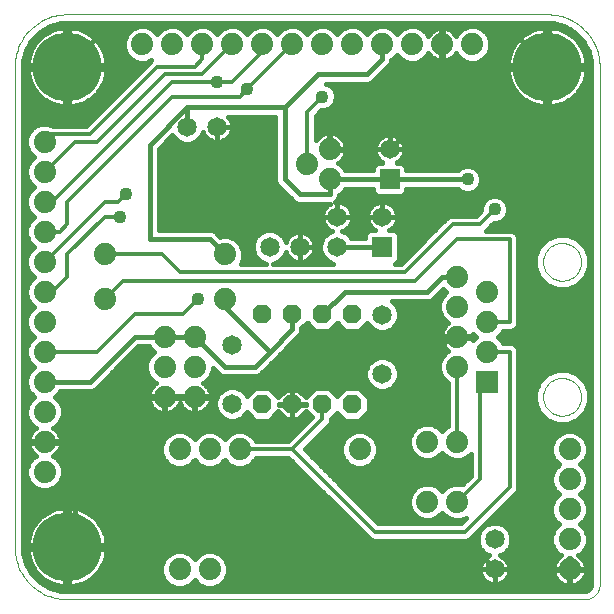
<source format=gbl>
G75*
G70*
%OFA0B0*%
%FSLAX24Y24*%
%IPPOS*%
%LPD*%
%AMOC8*
5,1,8,0,0,1.08239X$1,22.5*
%
%ADD10C,0.0000*%
%ADD11C,0.0740*%
%ADD12R,0.0740X0.0740*%
%ADD13C,0.0650*%
%ADD14C,0.2300*%
%ADD15OC8,0.0630*%
%ADD16R,0.0650X0.0650*%
%ADD17C,0.0150*%
%ADD18C,0.0436*%
%ADD19C,0.0120*%
D10*
X002425Y000675D02*
X019675Y000675D01*
X019719Y000677D01*
X019762Y000683D01*
X019804Y000692D01*
X019846Y000705D01*
X019886Y000722D01*
X019925Y000742D01*
X019962Y000765D01*
X019996Y000792D01*
X020029Y000821D01*
X020058Y000854D01*
X020085Y000888D01*
X020108Y000925D01*
X020128Y000964D01*
X020145Y001004D01*
X020158Y001046D01*
X020167Y001088D01*
X020173Y001131D01*
X020175Y001175D01*
X020175Y018425D01*
X020173Y018508D01*
X020167Y018591D01*
X020157Y018674D01*
X020143Y018756D01*
X020126Y018838D01*
X020104Y018918D01*
X020079Y018997D01*
X020050Y019075D01*
X020017Y019152D01*
X019980Y019227D01*
X019941Y019300D01*
X019897Y019371D01*
X019851Y019440D01*
X019801Y019507D01*
X019748Y019571D01*
X019692Y019633D01*
X019633Y019692D01*
X019571Y019748D01*
X019507Y019801D01*
X019440Y019851D01*
X019371Y019897D01*
X019300Y019941D01*
X019227Y019980D01*
X019152Y020017D01*
X019075Y020050D01*
X018997Y020079D01*
X018918Y020104D01*
X018838Y020126D01*
X018756Y020143D01*
X018674Y020157D01*
X018591Y020167D01*
X018508Y020173D01*
X018425Y020175D01*
X002425Y020175D01*
X002342Y020173D01*
X002259Y020167D01*
X002176Y020157D01*
X002094Y020143D01*
X002012Y020126D01*
X001932Y020104D01*
X001853Y020079D01*
X001775Y020050D01*
X001698Y020017D01*
X001623Y019980D01*
X001550Y019941D01*
X001479Y019897D01*
X001410Y019851D01*
X001343Y019801D01*
X001279Y019748D01*
X001217Y019692D01*
X001158Y019633D01*
X001102Y019571D01*
X001049Y019507D01*
X000999Y019440D01*
X000953Y019371D01*
X000909Y019300D01*
X000870Y019227D01*
X000833Y019152D01*
X000800Y019075D01*
X000771Y018997D01*
X000746Y018918D01*
X000724Y018838D01*
X000707Y018756D01*
X000693Y018674D01*
X000683Y018591D01*
X000677Y018508D01*
X000675Y018425D01*
X000675Y002425D01*
X000677Y002342D01*
X000683Y002259D01*
X000693Y002176D01*
X000707Y002094D01*
X000724Y002012D01*
X000746Y001932D01*
X000771Y001853D01*
X000800Y001775D01*
X000833Y001698D01*
X000870Y001623D01*
X000909Y001550D01*
X000953Y001479D01*
X000999Y001410D01*
X001049Y001343D01*
X001102Y001279D01*
X001158Y001217D01*
X001217Y001158D01*
X001279Y001102D01*
X001343Y001049D01*
X001410Y000999D01*
X001479Y000953D01*
X001550Y000909D01*
X001623Y000870D01*
X001698Y000833D01*
X001775Y000800D01*
X001853Y000771D01*
X001932Y000746D01*
X002012Y000724D01*
X002094Y000707D01*
X002176Y000693D01*
X002259Y000683D01*
X002342Y000677D01*
X002425Y000675D01*
X018295Y007425D02*
X018297Y007475D01*
X018303Y007525D01*
X018313Y007574D01*
X018327Y007622D01*
X018344Y007669D01*
X018365Y007714D01*
X018390Y007758D01*
X018418Y007799D01*
X018450Y007838D01*
X018484Y007875D01*
X018521Y007909D01*
X018561Y007939D01*
X018603Y007966D01*
X018647Y007990D01*
X018693Y008011D01*
X018740Y008027D01*
X018788Y008040D01*
X018838Y008049D01*
X018887Y008054D01*
X018938Y008055D01*
X018988Y008052D01*
X019037Y008045D01*
X019086Y008034D01*
X019134Y008019D01*
X019180Y008001D01*
X019225Y007979D01*
X019268Y007953D01*
X019309Y007924D01*
X019348Y007892D01*
X019384Y007857D01*
X019416Y007819D01*
X019446Y007779D01*
X019473Y007736D01*
X019496Y007692D01*
X019515Y007646D01*
X019531Y007598D01*
X019543Y007549D01*
X019551Y007500D01*
X019555Y007450D01*
X019555Y007400D01*
X019551Y007350D01*
X019543Y007301D01*
X019531Y007252D01*
X019515Y007204D01*
X019496Y007158D01*
X019473Y007114D01*
X019446Y007071D01*
X019416Y007031D01*
X019384Y006993D01*
X019348Y006958D01*
X019309Y006926D01*
X019268Y006897D01*
X019225Y006871D01*
X019180Y006849D01*
X019134Y006831D01*
X019086Y006816D01*
X019037Y006805D01*
X018988Y006798D01*
X018938Y006795D01*
X018887Y006796D01*
X018838Y006801D01*
X018788Y006810D01*
X018740Y006823D01*
X018693Y006839D01*
X018647Y006860D01*
X018603Y006884D01*
X018561Y006911D01*
X018521Y006941D01*
X018484Y006975D01*
X018450Y007012D01*
X018418Y007051D01*
X018390Y007092D01*
X018365Y007136D01*
X018344Y007181D01*
X018327Y007228D01*
X018313Y007276D01*
X018303Y007325D01*
X018297Y007375D01*
X018295Y007425D01*
X018295Y011925D02*
X018297Y011975D01*
X018303Y012025D01*
X018313Y012074D01*
X018327Y012122D01*
X018344Y012169D01*
X018365Y012214D01*
X018390Y012258D01*
X018418Y012299D01*
X018450Y012338D01*
X018484Y012375D01*
X018521Y012409D01*
X018561Y012439D01*
X018603Y012466D01*
X018647Y012490D01*
X018693Y012511D01*
X018740Y012527D01*
X018788Y012540D01*
X018838Y012549D01*
X018887Y012554D01*
X018938Y012555D01*
X018988Y012552D01*
X019037Y012545D01*
X019086Y012534D01*
X019134Y012519D01*
X019180Y012501D01*
X019225Y012479D01*
X019268Y012453D01*
X019309Y012424D01*
X019348Y012392D01*
X019384Y012357D01*
X019416Y012319D01*
X019446Y012279D01*
X019473Y012236D01*
X019496Y012192D01*
X019515Y012146D01*
X019531Y012098D01*
X019543Y012049D01*
X019551Y012000D01*
X019555Y011950D01*
X019555Y011900D01*
X019551Y011850D01*
X019543Y011801D01*
X019531Y011752D01*
X019515Y011704D01*
X019496Y011658D01*
X019473Y011614D01*
X019446Y011571D01*
X019416Y011531D01*
X019384Y011493D01*
X019348Y011458D01*
X019309Y011426D01*
X019268Y011397D01*
X019225Y011371D01*
X019180Y011349D01*
X019134Y011331D01*
X019086Y011316D01*
X019037Y011305D01*
X018988Y011298D01*
X018938Y011295D01*
X018887Y011296D01*
X018838Y011301D01*
X018788Y011310D01*
X018740Y011323D01*
X018693Y011339D01*
X018647Y011360D01*
X018603Y011384D01*
X018561Y011411D01*
X018521Y011441D01*
X018484Y011475D01*
X018450Y011512D01*
X018418Y011551D01*
X018390Y011592D01*
X018365Y011636D01*
X018344Y011681D01*
X018327Y011728D01*
X018313Y011776D01*
X018303Y011825D01*
X018297Y011875D01*
X018295Y011925D01*
D11*
X016425Y010925D03*
X015425Y010425D03*
X015425Y011425D03*
X016425Y009925D03*
X015425Y009425D03*
X016425Y008925D03*
X015425Y008425D03*
X015425Y005925D03*
X014425Y005925D03*
X012175Y005675D03*
X014425Y003925D03*
X015425Y003925D03*
X019175Y003675D03*
X019175Y002675D03*
X019175Y001675D03*
X019175Y004675D03*
X019175Y005675D03*
X011175Y014675D03*
X010425Y015175D03*
X011175Y015675D03*
X010925Y019175D03*
X009925Y019175D03*
X008925Y019175D03*
X007925Y019175D03*
X006925Y019175D03*
X005925Y019175D03*
X004925Y019175D03*
X001675Y015925D03*
X001675Y014925D03*
X001675Y013925D03*
X001675Y012925D03*
X001675Y011925D03*
X001675Y010925D03*
X001675Y009925D03*
X001675Y008925D03*
X001675Y007925D03*
X001675Y006925D03*
X001675Y005925D03*
X001675Y004925D03*
X005675Y007425D03*
X006675Y007425D03*
X006675Y008425D03*
X005675Y008425D03*
X005675Y009425D03*
X006675Y009425D03*
X007675Y010675D03*
X007675Y012175D03*
X003675Y012175D03*
X003675Y010675D03*
X006175Y005675D03*
X007175Y005675D03*
X008175Y005675D03*
X007175Y001675D03*
X006175Y001675D03*
X011925Y019175D03*
X012925Y019175D03*
X013925Y019175D03*
X014925Y019175D03*
X015925Y019175D03*
D12*
X016425Y007925D03*
D13*
X012925Y008191D03*
X012925Y010159D03*
X011425Y012425D03*
X011425Y013425D03*
X010175Y012425D03*
X009175Y012425D03*
X007925Y009159D03*
X007925Y007191D03*
X012925Y013425D03*
X013175Y015675D03*
X007425Y016425D03*
X006425Y016425D03*
X016675Y002675D03*
X016675Y001675D03*
D14*
X002425Y002425D03*
X002425Y018425D03*
X018425Y018425D03*
D15*
X011925Y010175D03*
X010925Y010175D03*
X009925Y010175D03*
X008925Y010175D03*
X008925Y007175D03*
X009925Y007175D03*
X010925Y007175D03*
X011925Y007175D03*
D16*
X012925Y012425D03*
X013175Y014675D03*
D17*
X001564Y001418D02*
X001360Y001418D01*
X001442Y001534D02*
X001359Y001635D01*
X001287Y001743D01*
X001226Y001858D01*
X001176Y001978D01*
X001138Y002103D01*
X001113Y002230D01*
X001101Y002350D01*
X002350Y002350D01*
X002500Y002350D01*
X002500Y002500D01*
X003749Y002500D01*
X003737Y002620D01*
X003712Y002747D01*
X003674Y002872D01*
X003624Y002992D01*
X003563Y003107D01*
X003491Y003215D01*
X003408Y003316D01*
X003316Y003408D01*
X003215Y003491D01*
X003107Y003563D01*
X002992Y003624D01*
X002872Y003674D01*
X002747Y003712D01*
X002620Y003737D01*
X002500Y003749D01*
X002500Y002500D01*
X002350Y002500D01*
X002350Y003749D01*
X002230Y003737D01*
X002103Y003712D01*
X001978Y003674D01*
X001858Y003624D01*
X001743Y003563D01*
X001635Y003491D01*
X001534Y003408D01*
X001442Y003316D01*
X001359Y003215D01*
X001287Y003107D01*
X001226Y002992D01*
X001176Y002872D01*
X001138Y002747D01*
X001113Y002620D01*
X001101Y002500D01*
X002350Y002500D01*
X002350Y002350D01*
X002350Y001101D01*
X002230Y001113D01*
X002103Y001138D01*
X001978Y001176D01*
X001858Y001226D01*
X001743Y001287D01*
X001635Y001359D01*
X001534Y001442D01*
X001442Y001534D01*
X001416Y001566D02*
X001229Y001566D01*
X001252Y001525D02*
X001059Y001859D01*
X000959Y002232D01*
X000947Y002425D01*
X000947Y018425D01*
X000959Y018618D01*
X001059Y018991D01*
X001252Y019325D01*
X001525Y019598D01*
X001859Y019791D01*
X002232Y019891D01*
X002425Y019903D01*
X002479Y019903D01*
X018425Y019903D01*
X018618Y019891D01*
X018991Y019791D01*
X019325Y019598D01*
X019598Y019325D01*
X019791Y018991D01*
X019891Y018618D01*
X019903Y018425D01*
X019903Y001175D01*
X019899Y001130D01*
X019865Y001048D01*
X019802Y000985D01*
X019720Y000951D01*
X019675Y000947D01*
X002425Y000947D01*
X002232Y000959D01*
X001859Y001059D01*
X001525Y001252D01*
X001252Y001525D01*
X001306Y001715D02*
X001143Y001715D01*
X001224Y001863D02*
X001058Y001863D01*
X001019Y002012D02*
X001166Y002012D01*
X001127Y002160D02*
X000979Y002160D01*
X000954Y002309D02*
X001105Y002309D01*
X000947Y002457D02*
X002350Y002457D01*
X002425Y002425D02*
X002475Y002375D01*
X015975Y002375D01*
X016675Y001675D01*
X019175Y001675D01*
X019200Y001700D02*
X019720Y001700D01*
X019720Y001718D01*
X019707Y001803D01*
X019680Y001884D01*
X019641Y001961D01*
X019591Y002030D01*
X019530Y002091D01*
X019463Y002139D01*
X019518Y002162D01*
X019688Y002332D01*
X019780Y002555D01*
X019780Y002795D01*
X019688Y003018D01*
X019531Y003175D01*
X019688Y003332D01*
X019780Y003555D01*
X019780Y003795D01*
X019688Y004018D01*
X019531Y004175D01*
X019688Y004332D01*
X019780Y004555D01*
X019780Y004795D01*
X019688Y005018D01*
X019531Y005175D01*
X019688Y005332D01*
X019780Y005555D01*
X019780Y005795D01*
X019688Y006018D01*
X019518Y006188D01*
X019295Y006280D01*
X019055Y006280D01*
X018832Y006188D01*
X018662Y006018D01*
X018570Y005795D01*
X018570Y005555D01*
X018662Y005332D01*
X018819Y005175D01*
X018662Y005018D01*
X018570Y004795D01*
X018570Y004555D01*
X018662Y004332D01*
X018819Y004175D01*
X018662Y004018D01*
X018570Y003795D01*
X018570Y003555D01*
X018662Y003332D01*
X018819Y003175D01*
X018662Y003018D01*
X018570Y002795D01*
X018570Y002555D01*
X018662Y002332D01*
X018832Y002162D01*
X018887Y002139D01*
X018820Y002091D01*
X018759Y002030D01*
X018709Y001961D01*
X018670Y001884D01*
X018643Y001803D01*
X018630Y001718D01*
X018630Y001700D01*
X019150Y001700D01*
X019150Y002070D01*
X019200Y002070D01*
X019200Y001700D01*
X019200Y001650D01*
X019720Y001650D01*
X019720Y001632D01*
X019707Y001547D01*
X019680Y001466D01*
X019641Y001389D01*
X019591Y001320D01*
X019530Y001259D01*
X019461Y001209D01*
X019384Y001170D01*
X019303Y001143D01*
X019218Y001130D01*
X019200Y001130D01*
X019200Y001650D01*
X019150Y001650D01*
X019150Y001130D01*
X019132Y001130D01*
X019047Y001143D01*
X018966Y001170D01*
X018889Y001209D01*
X018820Y001259D01*
X018759Y001320D01*
X018709Y001389D01*
X018670Y001466D01*
X018643Y001547D01*
X018630Y001632D01*
X018630Y001650D01*
X019150Y001650D01*
X019150Y001700D01*
X019200Y001700D01*
X019200Y001715D02*
X019150Y001715D01*
X019150Y001863D02*
X019200Y001863D01*
X019200Y002012D02*
X019150Y002012D01*
X019513Y002160D02*
X019903Y002160D01*
X019903Y002012D02*
X019604Y002012D01*
X019687Y001863D02*
X019903Y001863D01*
X019903Y001715D02*
X019720Y001715D01*
X019710Y001566D02*
X019903Y001566D01*
X019903Y001418D02*
X019655Y001418D01*
X019540Y001269D02*
X019903Y001269D01*
X019895Y001121D02*
X007417Y001121D01*
X007518Y001162D02*
X007295Y001070D01*
X007055Y001070D01*
X006832Y001162D01*
X006675Y001319D01*
X006518Y001162D01*
X006295Y001070D01*
X006055Y001070D01*
X005832Y001162D01*
X005662Y001332D01*
X005570Y001555D01*
X005570Y001795D01*
X005662Y002018D01*
X005832Y002188D01*
X006055Y002280D01*
X006295Y002280D01*
X006518Y002188D01*
X006675Y002031D01*
X006832Y002188D01*
X007055Y002280D01*
X007295Y002280D01*
X007518Y002188D01*
X007688Y002018D01*
X007780Y001795D01*
X007780Y001555D01*
X007688Y001332D01*
X007518Y001162D01*
X007625Y001269D02*
X016383Y001269D01*
X016413Y001247D02*
X016349Y001294D01*
X016294Y001349D01*
X016247Y001413D01*
X016212Y001483D01*
X016187Y001558D01*
X016175Y001636D01*
X016175Y001675D01*
X016675Y001675D01*
X017175Y001675D01*
X017175Y001714D01*
X017163Y001792D01*
X017138Y001867D01*
X017103Y001937D01*
X017056Y002001D01*
X017001Y002056D01*
X016937Y002103D01*
X016867Y002138D01*
X016853Y002143D01*
X016992Y002200D01*
X017150Y002358D01*
X017235Y002564D01*
X017235Y002786D01*
X017150Y002992D01*
X016992Y003150D01*
X016786Y003235D01*
X016564Y003235D01*
X016358Y003150D01*
X016200Y002992D01*
X016115Y002786D01*
X016115Y002564D01*
X016200Y002358D01*
X016358Y002200D01*
X016497Y002143D01*
X016483Y002138D01*
X016413Y002103D01*
X016349Y002056D01*
X016294Y002001D01*
X016247Y001937D01*
X016212Y001867D01*
X016187Y001792D01*
X016175Y001714D01*
X016175Y001675D01*
X016675Y001675D01*
X016675Y001675D01*
X016675Y001675D01*
X017175Y001675D01*
X017175Y001636D01*
X017163Y001558D01*
X017138Y001483D01*
X017103Y001413D01*
X017056Y001349D01*
X017001Y001294D01*
X016937Y001247D01*
X016867Y001212D01*
X016792Y001187D01*
X016714Y001175D01*
X016675Y001175D01*
X016675Y001675D01*
X016675Y001675D01*
X016675Y001175D01*
X016636Y001175D01*
X016558Y001187D01*
X016483Y001212D01*
X016413Y001247D01*
X016245Y001418D02*
X007723Y001418D01*
X007780Y001566D02*
X016186Y001566D01*
X016175Y001715D02*
X007780Y001715D01*
X007752Y001863D02*
X016210Y001863D01*
X016304Y002012D02*
X007690Y002012D01*
X007546Y002160D02*
X016455Y002160D01*
X016250Y002309D02*
X003745Y002309D01*
X003749Y002350D02*
X002500Y002350D01*
X002500Y001101D01*
X002620Y001113D01*
X002747Y001138D01*
X002872Y001176D01*
X002992Y001226D01*
X003107Y001287D01*
X003215Y001359D01*
X003316Y001442D01*
X003408Y001534D01*
X003491Y001635D01*
X003563Y001743D01*
X003624Y001858D01*
X003674Y001978D01*
X003712Y002103D01*
X003737Y002230D01*
X003749Y002350D01*
X003723Y002160D02*
X005804Y002160D01*
X005660Y002012D02*
X003684Y002012D01*
X003626Y001863D02*
X005598Y001863D01*
X005570Y001715D02*
X003544Y001715D01*
X003434Y001566D02*
X005570Y001566D01*
X005627Y001418D02*
X003286Y001418D01*
X003073Y001269D02*
X005725Y001269D01*
X005933Y001121D02*
X002659Y001121D01*
X002500Y001121D02*
X002350Y001121D01*
X002350Y001269D02*
X002500Y001269D01*
X002500Y001418D02*
X002350Y001418D01*
X002350Y001566D02*
X002500Y001566D01*
X002500Y001715D02*
X002350Y001715D01*
X002350Y001863D02*
X002500Y001863D01*
X002500Y002012D02*
X002350Y002012D01*
X002350Y002160D02*
X002500Y002160D01*
X002500Y002309D02*
X002350Y002309D01*
X002425Y002425D02*
X002675Y002425D01*
X002675Y005925D01*
X004175Y007425D01*
X005675Y007425D01*
X006675Y007425D01*
X006675Y006425D01*
X009675Y006425D01*
X009925Y006675D01*
X009925Y007175D01*
X009925Y007675D01*
X011175Y008925D01*
X014675Y008925D01*
X015175Y009425D01*
X015425Y009425D01*
X015448Y009437D02*
X016058Y009437D01*
X016069Y009425D02*
X015959Y009315D01*
X015970Y009382D01*
X015970Y009402D01*
X015448Y009402D01*
X015448Y009448D01*
X015970Y009448D01*
X015970Y009468D01*
X015959Y009535D01*
X016069Y009425D01*
X015402Y009437D02*
X010125Y009437D01*
X010101Y009412D02*
X010188Y009499D01*
X010235Y009613D01*
X010235Y009707D01*
X010425Y009897D01*
X010697Y009625D01*
X011153Y009625D01*
X011425Y009897D01*
X011697Y009625D01*
X012153Y009625D01*
X012427Y009899D01*
X012450Y009842D01*
X012608Y009685D01*
X012814Y009599D01*
X013036Y009599D01*
X013242Y009685D01*
X013400Y009842D01*
X013485Y010048D01*
X013485Y010271D01*
X013400Y010476D01*
X014820Y010476D01*
X014820Y010545D02*
X014820Y010305D01*
X014912Y010082D01*
X015082Y009912D01*
X015137Y009889D01*
X015070Y009841D01*
X015009Y009780D01*
X014959Y009711D01*
X014920Y009634D01*
X014893Y009553D01*
X014880Y009468D01*
X014880Y009448D01*
X015402Y009448D01*
X015402Y009402D01*
X014880Y009402D01*
X014880Y009382D01*
X014893Y009297D01*
X014920Y009216D01*
X014959Y009139D01*
X015009Y009070D01*
X015070Y009009D01*
X015137Y008961D01*
X015082Y008938D01*
X014912Y008768D01*
X014820Y008545D01*
X014820Y008305D01*
X014912Y008082D01*
X015082Y007912D01*
X015130Y007892D01*
X015130Y006458D01*
X015082Y006438D01*
X014925Y006281D01*
X014768Y006438D01*
X014545Y006530D01*
X014305Y006530D01*
X014082Y006438D01*
X013912Y006268D01*
X013820Y006045D01*
X013820Y005805D01*
X013912Y005582D01*
X014082Y005412D01*
X014305Y005320D01*
X014545Y005320D01*
X014768Y005412D01*
X014925Y005569D01*
X015082Y005412D01*
X015305Y005320D01*
X015545Y005320D01*
X015768Y005412D01*
X015880Y005524D01*
X015880Y004797D01*
X015593Y004510D01*
X015545Y004530D01*
X015305Y004530D01*
X015082Y004438D01*
X014925Y004281D01*
X014768Y004438D01*
X014545Y004530D01*
X014305Y004530D01*
X014082Y004438D01*
X013912Y004268D01*
X013820Y004045D01*
X013820Y003805D01*
X013912Y003582D01*
X014082Y003412D01*
X014305Y003320D01*
X014545Y003320D01*
X014768Y003412D01*
X014925Y003569D01*
X015082Y003412D01*
X015305Y003320D01*
X015545Y003320D01*
X015729Y003396D01*
X015553Y003220D01*
X012797Y003220D01*
X010342Y005675D01*
X011175Y006508D01*
X011220Y006616D01*
X011220Y006692D01*
X011425Y006897D01*
X011697Y006625D01*
X012153Y006625D01*
X012475Y006947D01*
X012475Y007403D01*
X012153Y007725D01*
X011697Y007725D01*
X011425Y007453D01*
X011153Y007725D01*
X010697Y007725D01*
X010383Y007410D01*
X010128Y007665D01*
X009930Y007665D01*
X009930Y007180D01*
X009920Y007180D01*
X009920Y007665D01*
X009722Y007665D01*
X009467Y007410D01*
X009153Y007725D01*
X008697Y007725D01*
X008423Y007451D01*
X008400Y007508D01*
X008242Y007665D01*
X008036Y007751D01*
X007814Y007751D01*
X007608Y007665D01*
X007450Y007508D01*
X007365Y007302D01*
X007365Y007079D01*
X007450Y006874D01*
X007608Y006716D01*
X007814Y006631D01*
X008036Y006631D01*
X008242Y006716D01*
X008400Y006874D01*
X008414Y006908D01*
X008697Y006625D01*
X009153Y006625D01*
X009467Y006940D01*
X009722Y006685D01*
X009920Y006685D01*
X009920Y007170D01*
X009930Y007170D01*
X010375Y007170D01*
X010375Y007180D01*
X009930Y007180D01*
X009930Y007170D01*
X009930Y006685D01*
X010128Y006685D01*
X010383Y006940D01*
X010577Y006745D01*
X009803Y005970D01*
X008708Y005970D01*
X008688Y006018D01*
X008518Y006188D01*
X008295Y006280D01*
X008055Y006280D01*
X007832Y006188D01*
X007675Y006031D01*
X007518Y006188D01*
X007295Y006280D01*
X007055Y006280D01*
X006832Y006188D01*
X006675Y006031D01*
X006518Y006188D01*
X006295Y006280D01*
X006055Y006280D01*
X005832Y006188D01*
X005662Y006018D01*
X005570Y005795D01*
X005570Y005555D01*
X005662Y005332D01*
X005832Y005162D01*
X006055Y005070D01*
X006295Y005070D01*
X006518Y005162D01*
X006675Y005319D01*
X006832Y005162D01*
X007055Y005070D01*
X007295Y005070D01*
X007518Y005162D01*
X007675Y005319D01*
X007832Y005162D01*
X008055Y005070D01*
X008295Y005070D01*
X008518Y005162D01*
X008688Y005332D01*
X008708Y005380D01*
X009803Y005380D01*
X012508Y002675D01*
X012616Y002630D01*
X015734Y002630D01*
X015842Y002675D01*
X015925Y002758D01*
X017425Y004258D01*
X017470Y004366D01*
X017470Y008984D01*
X017425Y009092D01*
X017342Y009175D01*
X017234Y009220D01*
X016958Y009220D01*
X016938Y009268D01*
X016781Y009425D01*
X016938Y009582D01*
X016958Y009630D01*
X017234Y009630D01*
X017342Y009675D01*
X017425Y009758D01*
X017470Y009866D01*
X017470Y012734D01*
X017425Y012842D01*
X017342Y012925D01*
X017234Y012970D01*
X016387Y012970D01*
X016639Y013222D01*
X016765Y013222D01*
X016932Y013291D01*
X017059Y013418D01*
X017128Y013585D01*
X017128Y013765D01*
X017059Y013932D01*
X016932Y014059D01*
X016765Y014128D01*
X016585Y014128D01*
X016418Y014059D01*
X016291Y013932D01*
X016222Y013765D01*
X016222Y013639D01*
X016053Y013470D01*
X015216Y013470D01*
X015108Y013425D01*
X015025Y013342D01*
X013553Y011870D01*
X013352Y011870D01*
X013485Y012003D01*
X013485Y012847D01*
X013347Y012985D01*
X013163Y012985D01*
X013187Y012997D01*
X013251Y013044D01*
X013306Y013099D01*
X013353Y013163D01*
X013388Y013233D01*
X013413Y013308D01*
X013425Y013386D01*
X013425Y013425D01*
X013425Y013464D01*
X013413Y013542D01*
X013388Y013617D01*
X013353Y013687D01*
X013306Y013751D01*
X013251Y013806D01*
X013187Y013853D01*
X013117Y013888D01*
X013042Y013913D01*
X012964Y013925D01*
X012925Y013925D01*
X012925Y013425D01*
X011425Y013425D01*
X009175Y013425D01*
X007425Y015175D01*
X007425Y016425D01*
X007925Y016425D01*
X007925Y016464D01*
X007913Y016542D01*
X007888Y016617D01*
X007853Y016687D01*
X007806Y016751D01*
X007792Y016765D01*
X009365Y016765D01*
X009365Y014613D01*
X009412Y014499D01*
X009499Y014412D01*
X009999Y013912D01*
X010113Y013865D01*
X011187Y013865D01*
X011163Y013853D01*
X011099Y013806D01*
X011044Y013751D01*
X010997Y013687D01*
X010962Y013617D01*
X010937Y013542D01*
X010925Y013464D01*
X010925Y013425D01*
X011425Y013425D01*
X011425Y013425D01*
X011425Y013925D01*
X011464Y013925D01*
X011542Y013913D01*
X011617Y013888D01*
X011687Y013853D01*
X011751Y013806D01*
X011806Y013751D01*
X011853Y013687D01*
X011888Y013617D01*
X011913Y013542D01*
X011925Y013464D01*
X011925Y013425D01*
X011425Y013425D01*
X011425Y013425D01*
X011425Y013925D01*
X011386Y013925D01*
X011359Y013921D01*
X011438Y013999D01*
X011485Y014113D01*
X011485Y014149D01*
X011518Y014162D01*
X011688Y014332D01*
X011701Y014365D01*
X012615Y014365D01*
X012615Y014253D01*
X012753Y014115D01*
X013597Y014115D01*
X013735Y014253D01*
X013735Y014365D01*
X015444Y014365D01*
X015518Y014291D01*
X015685Y014222D01*
X015865Y014222D01*
X016032Y014291D01*
X016159Y014418D01*
X016228Y014585D01*
X016228Y014765D01*
X016159Y014932D01*
X016032Y015059D01*
X015865Y015128D01*
X015685Y015128D01*
X015518Y015059D01*
X015444Y014985D01*
X013735Y014985D01*
X013735Y015097D01*
X013597Y015235D01*
X013413Y015235D01*
X013437Y015247D01*
X013501Y015294D01*
X013556Y015349D01*
X013603Y015413D01*
X013638Y015483D01*
X013663Y015558D01*
X013675Y015636D01*
X013675Y015675D01*
X013675Y015714D01*
X013663Y015792D01*
X013638Y015867D01*
X013603Y015937D01*
X013556Y016001D01*
X013501Y016056D01*
X013437Y016103D01*
X013367Y016138D01*
X013292Y016163D01*
X013214Y016175D01*
X013175Y016175D01*
X013175Y015675D01*
X014925Y017425D01*
X014925Y019175D01*
X014925Y019875D01*
X016975Y019875D01*
X018425Y018425D01*
X018500Y018495D02*
X019899Y018495D01*
X019903Y018347D02*
X019749Y018347D01*
X019749Y018350D02*
X019737Y018230D01*
X019712Y018103D01*
X019674Y017978D01*
X019624Y017858D01*
X019563Y017743D01*
X019491Y017635D01*
X019408Y017534D01*
X019316Y017442D01*
X019215Y017359D01*
X019107Y017287D01*
X018992Y017226D01*
X018872Y017176D01*
X018747Y017138D01*
X018620Y017113D01*
X018500Y017101D01*
X018500Y018350D01*
X018500Y018500D01*
X019749Y018500D01*
X019737Y018620D01*
X019712Y018747D01*
X019674Y018872D01*
X019624Y018992D01*
X019563Y019107D01*
X019491Y019215D01*
X019408Y019316D01*
X019316Y019408D01*
X019215Y019491D01*
X019107Y019563D01*
X018992Y019624D01*
X018872Y019674D01*
X018747Y019712D01*
X018620Y019737D01*
X018500Y019749D01*
X018500Y018500D01*
X018350Y018500D01*
X018350Y019749D01*
X018230Y019737D01*
X018103Y019712D01*
X017978Y019674D01*
X017858Y019624D01*
X017743Y019563D01*
X017635Y019491D01*
X017534Y019408D01*
X017442Y019316D01*
X017359Y019215D01*
X017287Y019107D01*
X017226Y018992D01*
X017176Y018872D01*
X017138Y018747D01*
X017113Y018620D01*
X017101Y018500D01*
X018350Y018500D01*
X018350Y018350D01*
X018500Y018350D01*
X019749Y018350D01*
X019731Y018198D02*
X019903Y018198D01*
X019903Y018050D02*
X019696Y018050D01*
X019642Y017901D02*
X019903Y017901D01*
X019903Y017753D02*
X019568Y017753D01*
X019465Y017604D02*
X019903Y017604D01*
X019903Y017456D02*
X019329Y017456D01*
X019137Y017307D02*
X019903Y017307D01*
X019903Y017159D02*
X018814Y017159D01*
X018500Y017159D02*
X018350Y017159D01*
X018350Y017101D02*
X018350Y018350D01*
X017101Y018350D01*
X017113Y018230D01*
X017138Y018103D01*
X017176Y017978D01*
X017226Y017858D01*
X017287Y017743D01*
X017359Y017635D01*
X017442Y017534D01*
X017534Y017442D01*
X017635Y017359D01*
X017743Y017287D01*
X017858Y017226D01*
X017978Y017176D01*
X018103Y017138D01*
X018230Y017113D01*
X018350Y017101D01*
X018350Y017307D02*
X018500Y017307D01*
X018500Y017456D02*
X018350Y017456D01*
X018350Y017604D02*
X018500Y017604D01*
X018500Y017753D02*
X018350Y017753D01*
X018350Y017901D02*
X018500Y017901D01*
X018500Y018050D02*
X018350Y018050D01*
X018350Y018198D02*
X018500Y018198D01*
X018500Y018347D02*
X018350Y018347D01*
X018350Y018495D02*
X013183Y018495D01*
X013188Y018499D02*
X013235Y018613D01*
X013235Y018649D01*
X013268Y018662D01*
X013425Y018819D01*
X013582Y018662D01*
X013805Y018570D01*
X014045Y018570D01*
X014268Y018662D01*
X014438Y018832D01*
X014461Y018887D01*
X014509Y018820D01*
X014570Y018759D01*
X014639Y018709D01*
X014716Y018670D01*
X014797Y018643D01*
X014797Y018644D02*
X014223Y018644D01*
X014398Y018792D02*
X014537Y018792D01*
X014797Y018643D02*
X014882Y018630D01*
X014900Y018630D01*
X014900Y019150D01*
X014950Y019150D01*
X014950Y018630D01*
X014968Y018630D01*
X015053Y018643D01*
X015053Y018644D02*
X015627Y018644D01*
X015582Y018662D02*
X015805Y018570D01*
X016045Y018570D01*
X016268Y018662D01*
X016438Y018832D01*
X016530Y019055D01*
X016530Y019295D01*
X016438Y019518D01*
X016268Y019688D01*
X016045Y019780D01*
X015805Y019780D01*
X015582Y019688D01*
X015412Y019518D01*
X015389Y019463D01*
X015341Y019530D01*
X015280Y019591D01*
X015211Y019641D01*
X015134Y019680D01*
X015053Y019707D01*
X014968Y019720D01*
X014950Y019720D01*
X014950Y019200D01*
X014900Y019200D01*
X014900Y019720D01*
X014882Y019720D01*
X014797Y019707D01*
X014716Y019680D01*
X014639Y019641D01*
X014570Y019591D01*
X014509Y019530D01*
X014461Y019463D01*
X014438Y019518D01*
X014268Y019688D01*
X014045Y019780D01*
X013805Y019780D01*
X013582Y019688D01*
X013425Y019531D01*
X013268Y019688D01*
X013045Y019780D01*
X012805Y019780D01*
X012582Y019688D01*
X012425Y019531D01*
X012268Y019688D01*
X012045Y019780D01*
X011805Y019780D01*
X011582Y019688D01*
X011425Y019531D01*
X011268Y019688D01*
X011045Y019780D01*
X010805Y019780D01*
X010582Y019688D01*
X010425Y019531D01*
X010268Y019688D01*
X010045Y019780D01*
X009805Y019780D01*
X009582Y019688D01*
X009425Y019531D01*
X009268Y019688D01*
X009045Y019780D01*
X008805Y019780D01*
X008582Y019688D01*
X008425Y019531D01*
X008268Y019688D01*
X008045Y019780D01*
X007805Y019780D01*
X007582Y019688D01*
X007425Y019531D01*
X007268Y019688D01*
X007045Y019780D01*
X006805Y019780D01*
X006582Y019688D01*
X006425Y019531D01*
X006268Y019688D01*
X006045Y019780D01*
X005805Y019780D01*
X005582Y019688D01*
X005425Y019531D01*
X005268Y019688D01*
X005045Y019780D01*
X004805Y019780D01*
X004582Y019688D01*
X004412Y019518D01*
X004320Y019295D01*
X004320Y019055D01*
X004412Y018832D01*
X004582Y018662D01*
X004805Y018570D01*
X005045Y018570D01*
X005229Y018646D01*
X005175Y018592D01*
X003053Y016470D01*
X001940Y016470D01*
X001795Y016530D01*
X001555Y016530D01*
X001332Y016438D01*
X001162Y016268D01*
X001070Y016045D01*
X001070Y015805D01*
X001162Y015582D01*
X001319Y015425D01*
X001162Y015268D01*
X001070Y015045D01*
X001070Y014805D01*
X001162Y014582D01*
X001319Y014425D01*
X001162Y014268D01*
X001070Y014045D01*
X001070Y013805D01*
X001162Y013582D01*
X001319Y013425D01*
X001162Y013268D01*
X001070Y013045D01*
X001070Y012805D01*
X001162Y012582D01*
X001319Y012425D01*
X001162Y012268D01*
X001070Y012045D01*
X001070Y011805D01*
X001162Y011582D01*
X001319Y011425D01*
X001162Y011268D01*
X001070Y011045D01*
X001070Y010805D01*
X001162Y010582D01*
X001319Y010425D01*
X001162Y010268D01*
X001070Y010045D01*
X001070Y009805D01*
X001162Y009582D01*
X001319Y009425D01*
X001162Y009268D01*
X001070Y009045D01*
X001070Y008805D01*
X001162Y008582D01*
X001319Y008425D01*
X001162Y008268D01*
X001070Y008045D01*
X001070Y007805D01*
X001162Y007582D01*
X001319Y007425D01*
X001162Y007268D01*
X001070Y007045D01*
X001070Y006805D01*
X001162Y006582D01*
X001332Y006412D01*
X001387Y006389D01*
X001320Y006341D01*
X001259Y006280D01*
X001209Y006211D01*
X001170Y006134D01*
X001143Y006053D01*
X001130Y005968D01*
X001130Y005950D01*
X001650Y005950D01*
X001650Y005900D01*
X001130Y005900D01*
X001130Y005882D01*
X001143Y005797D01*
X001170Y005716D01*
X001209Y005639D01*
X001259Y005570D01*
X001320Y005509D01*
X001387Y005461D01*
X001332Y005438D01*
X001162Y005268D01*
X001070Y005045D01*
X001070Y004805D01*
X001162Y004582D01*
X001332Y004412D01*
X001555Y004320D01*
X001795Y004320D01*
X002018Y004412D01*
X002188Y004582D01*
X002280Y004805D01*
X002280Y005045D01*
X002188Y005268D01*
X002018Y005438D01*
X001963Y005461D01*
X002030Y005509D01*
X002091Y005570D01*
X002141Y005639D01*
X002180Y005716D01*
X002207Y005797D01*
X002220Y005882D01*
X002220Y005900D01*
X001700Y005900D01*
X001700Y005950D01*
X002220Y005950D01*
X002220Y005968D01*
X002207Y006053D01*
X002180Y006134D01*
X002141Y006211D01*
X002091Y006280D01*
X002030Y006341D01*
X001963Y006389D01*
X002018Y006412D01*
X002188Y006582D01*
X002280Y006805D01*
X002280Y007045D01*
X002188Y007268D01*
X002031Y007425D01*
X002188Y007582D01*
X002201Y007615D01*
X003237Y007615D01*
X003351Y007662D01*
X004803Y009115D01*
X005149Y009115D01*
X005162Y009082D01*
X005319Y008925D01*
X005162Y008768D01*
X005070Y008545D01*
X005070Y008305D01*
X005162Y008082D01*
X005332Y007912D01*
X005387Y007889D01*
X005320Y007841D01*
X005259Y007780D01*
X005209Y007711D01*
X005170Y007634D01*
X005143Y007553D01*
X005130Y007468D01*
X005130Y007450D01*
X005650Y007450D01*
X005650Y007400D01*
X005700Y007400D01*
X005700Y007450D01*
X006650Y007450D01*
X006650Y007400D01*
X006700Y007400D01*
X006700Y007450D01*
X007220Y007450D01*
X007220Y007468D01*
X007207Y007553D01*
X007180Y007634D01*
X007141Y007711D01*
X007091Y007780D01*
X007030Y007841D01*
X006963Y007889D01*
X007018Y007912D01*
X007188Y008082D01*
X007280Y008305D01*
X007280Y008382D01*
X007412Y008249D01*
X007499Y008162D01*
X007613Y008115D01*
X008737Y008115D01*
X008851Y008162D01*
X009351Y008662D01*
X010101Y009412D01*
X009976Y009288D02*
X014896Y009288D01*
X014959Y009140D02*
X009828Y009140D01*
X009679Y008991D02*
X015095Y008991D01*
X014987Y008843D02*
X009531Y008843D01*
X009382Y008694D02*
X012677Y008694D01*
X012608Y008665D02*
X012450Y008508D01*
X012365Y008302D01*
X012365Y008079D01*
X012450Y007874D01*
X012608Y007716D01*
X012814Y007631D01*
X013036Y007631D01*
X013242Y007716D01*
X013400Y007874D01*
X013485Y008079D01*
X013485Y008302D01*
X013400Y008508D01*
X013242Y008665D01*
X013036Y008751D01*
X012814Y008751D01*
X012608Y008665D01*
X012488Y008546D02*
X009234Y008546D01*
X009085Y008397D02*
X012404Y008397D01*
X012365Y008249D02*
X008937Y008249D01*
X008675Y008425D02*
X009175Y008925D01*
X009925Y009675D01*
X009925Y010175D01*
X010261Y009734D02*
X010589Y009734D01*
X010440Y009882D02*
X010410Y009882D01*
X010223Y009585D02*
X014904Y009585D01*
X014975Y009734D02*
X013291Y009734D01*
X013416Y009882D02*
X015127Y009882D01*
X014964Y010031D02*
X013478Y010031D01*
X013485Y010179D02*
X014872Y010179D01*
X014820Y010328D02*
X013461Y010328D01*
X013400Y010476D02*
X013261Y010615D01*
X014487Y010615D01*
X014601Y010662D01*
X014688Y010749D01*
X014966Y011028D01*
X015069Y010925D01*
X014912Y010768D01*
X014820Y010545D01*
X014853Y010625D02*
X014510Y010625D01*
X014711Y010773D02*
X014917Y010773D01*
X014860Y010922D02*
X015066Y010922D01*
X014925Y011425D02*
X014425Y010925D01*
X011675Y010925D01*
X010925Y010175D01*
X011261Y009734D02*
X011589Y009734D01*
X011440Y009882D02*
X011410Y009882D01*
X012261Y009734D02*
X012559Y009734D01*
X012434Y009882D02*
X012410Y009882D01*
X013173Y008694D02*
X014882Y008694D01*
X014820Y008546D02*
X013362Y008546D01*
X013446Y008397D02*
X014820Y008397D01*
X014843Y008249D02*
X013485Y008249D01*
X013485Y008100D02*
X014905Y008100D01*
X015043Y007952D02*
X013432Y007952D01*
X013329Y007803D02*
X015130Y007803D01*
X015130Y007655D02*
X013094Y007655D01*
X012756Y007655D02*
X012223Y007655D01*
X012372Y007506D02*
X015130Y007506D01*
X015130Y007358D02*
X012475Y007358D01*
X012475Y007209D02*
X015130Y007209D01*
X015130Y007061D02*
X012475Y007061D01*
X012440Y006912D02*
X015130Y006912D01*
X015130Y006764D02*
X012291Y006764D01*
X012295Y006280D02*
X012055Y006280D01*
X011832Y006188D01*
X011662Y006018D01*
X011570Y005795D01*
X011570Y005555D01*
X011662Y005332D01*
X011832Y005162D01*
X012055Y005070D01*
X012295Y005070D01*
X012518Y005162D01*
X012688Y005332D01*
X012780Y005555D01*
X012780Y005795D01*
X012688Y006018D01*
X012518Y006188D01*
X012295Y006280D01*
X012536Y006170D02*
X013871Y006170D01*
X013820Y006021D02*
X012685Y006021D01*
X012748Y005873D02*
X013820Y005873D01*
X013853Y005724D02*
X012780Y005724D01*
X012780Y005576D02*
X013919Y005576D01*
X014067Y005427D02*
X012727Y005427D01*
X012634Y005279D02*
X015880Y005279D01*
X015880Y005427D02*
X015783Y005427D01*
X015880Y005130D02*
X012440Y005130D01*
X011910Y005130D02*
X010887Y005130D01*
X010739Y005279D02*
X011716Y005279D01*
X011623Y005427D02*
X010590Y005427D01*
X010442Y005576D02*
X011570Y005576D01*
X011570Y005724D02*
X010391Y005724D01*
X010540Y005873D02*
X011602Y005873D01*
X011665Y006021D02*
X010688Y006021D01*
X010837Y006170D02*
X011814Y006170D01*
X011219Y006615D02*
X015130Y006615D01*
X015130Y006467D02*
X014699Y006467D01*
X014888Y006318D02*
X014962Y006318D01*
X014151Y006467D02*
X011134Y006467D01*
X010985Y006318D02*
X013962Y006318D01*
X014783Y005427D02*
X015067Y005427D01*
X015880Y004982D02*
X011036Y004982D01*
X011184Y004833D02*
X015880Y004833D01*
X015767Y004685D02*
X011333Y004685D01*
X011481Y004536D02*
X015619Y004536D01*
X015032Y004388D02*
X014818Y004388D01*
X014032Y004388D02*
X011630Y004388D01*
X011778Y004239D02*
X013900Y004239D01*
X013839Y004091D02*
X011927Y004091D01*
X012075Y003942D02*
X013820Y003942D01*
X013825Y003794D02*
X012224Y003794D01*
X012372Y003645D02*
X013886Y003645D01*
X013998Y003497D02*
X012521Y003497D01*
X012669Y003348D02*
X014237Y003348D01*
X014613Y003348D02*
X015237Y003348D01*
X014998Y003497D02*
X014852Y003497D01*
X015613Y003348D02*
X015681Y003348D01*
X016218Y003051D02*
X016259Y003051D01*
X016163Y002903D02*
X016070Y002903D01*
X016115Y002754D02*
X015921Y002754D01*
X016115Y002606D02*
X003739Y002606D01*
X003710Y002754D02*
X012429Y002754D01*
X012280Y002903D02*
X003661Y002903D01*
X003593Y003051D02*
X012132Y003051D01*
X011983Y003200D02*
X003501Y003200D01*
X003376Y003348D02*
X011835Y003348D01*
X011686Y003497D02*
X003206Y003497D01*
X002942Y003645D02*
X011538Y003645D01*
X011389Y003794D02*
X000947Y003794D01*
X000947Y003942D02*
X011241Y003942D01*
X011092Y004091D02*
X000947Y004091D01*
X000947Y004239D02*
X010944Y004239D01*
X010795Y004388D02*
X001958Y004388D01*
X002142Y004536D02*
X010647Y004536D01*
X010498Y004685D02*
X002230Y004685D01*
X002280Y004833D02*
X010350Y004833D01*
X010201Y004982D02*
X002280Y004982D01*
X002245Y005130D02*
X005910Y005130D01*
X005716Y005279D02*
X002177Y005279D01*
X002029Y005427D02*
X005623Y005427D01*
X005570Y005576D02*
X002095Y005576D01*
X002183Y005724D02*
X005570Y005724D01*
X005602Y005873D02*
X002218Y005873D01*
X002212Y006021D02*
X005665Y006021D01*
X005814Y006170D02*
X002162Y006170D01*
X002053Y006318D02*
X010151Y006318D01*
X010299Y006467D02*
X002072Y006467D01*
X002201Y006615D02*
X010448Y006615D01*
X010559Y006764D02*
X010206Y006764D01*
X010355Y006912D02*
X010410Y006912D01*
X009930Y006912D02*
X009920Y006912D01*
X009925Y006925D02*
X009925Y007175D01*
X009920Y007180D02*
X009920Y007170D01*
X009475Y007170D01*
X009475Y007180D01*
X009920Y007180D01*
X009920Y007209D02*
X009930Y007209D01*
X009920Y007061D02*
X009930Y007061D01*
X009920Y006764D02*
X009930Y006764D01*
X009644Y006764D02*
X009291Y006764D01*
X009440Y006912D02*
X009495Y006912D01*
X009920Y007358D02*
X009930Y007358D01*
X009920Y007506D02*
X009930Y007506D01*
X009920Y007655D02*
X009930Y007655D01*
X010138Y007655D02*
X010627Y007655D01*
X010478Y007506D02*
X010287Y007506D01*
X009712Y007655D02*
X009223Y007655D01*
X009372Y007506D02*
X009563Y007506D01*
X008675Y008425D02*
X007675Y008425D01*
X006675Y009425D01*
X005675Y009425D01*
X004675Y009425D01*
X003175Y007925D01*
X001675Y007925D01*
X001238Y007506D02*
X000947Y007506D01*
X000947Y007358D02*
X001252Y007358D01*
X001138Y007209D02*
X000947Y007209D01*
X000947Y007061D02*
X001076Y007061D01*
X001070Y006912D02*
X000947Y006912D01*
X000947Y006764D02*
X001087Y006764D01*
X001149Y006615D02*
X000947Y006615D01*
X000947Y006467D02*
X001278Y006467D01*
X001297Y006318D02*
X000947Y006318D01*
X000947Y006170D02*
X001188Y006170D01*
X001138Y006021D02*
X000947Y006021D01*
X000947Y005873D02*
X001132Y005873D01*
X001167Y005724D02*
X000947Y005724D01*
X000947Y005576D02*
X001255Y005576D01*
X001321Y005427D02*
X000947Y005427D01*
X000947Y005279D02*
X001173Y005279D01*
X001105Y005130D02*
X000947Y005130D01*
X000947Y004982D02*
X001070Y004982D01*
X001070Y004833D02*
X000947Y004833D01*
X000947Y004685D02*
X001120Y004685D01*
X001208Y004536D02*
X000947Y004536D01*
X000947Y004388D02*
X001392Y004388D01*
X000947Y003645D02*
X001908Y003645D01*
X001644Y003497D02*
X000947Y003497D01*
X000947Y003348D02*
X001474Y003348D01*
X001349Y003200D02*
X000947Y003200D01*
X000947Y003051D02*
X001257Y003051D01*
X001189Y002903D02*
X000947Y002903D01*
X000947Y002754D02*
X001140Y002754D01*
X001111Y002606D02*
X000947Y002606D01*
X002350Y002606D02*
X002500Y002606D01*
X002500Y002754D02*
X002350Y002754D01*
X002350Y002903D02*
X002500Y002903D01*
X002500Y003051D02*
X002350Y003051D01*
X002350Y003200D02*
X002500Y003200D01*
X002500Y003348D02*
X002350Y003348D01*
X002350Y003497D02*
X002500Y003497D01*
X002500Y003645D02*
X002350Y003645D01*
X002500Y002457D02*
X016159Y002457D01*
X016895Y002160D02*
X018837Y002160D01*
X018746Y002012D02*
X017046Y002012D01*
X017140Y001863D02*
X018663Y001863D01*
X018630Y001715D02*
X017175Y001715D01*
X017164Y001566D02*
X018640Y001566D01*
X018695Y001418D02*
X017105Y001418D01*
X016967Y001269D02*
X018810Y001269D01*
X019150Y001269D02*
X019200Y001269D01*
X019200Y001418D02*
X019150Y001418D01*
X019150Y001566D02*
X019200Y001566D01*
X019770Y000972D02*
X002185Y000972D01*
X002191Y001121D02*
X001753Y001121D01*
X001777Y001269D02*
X001508Y001269D01*
X006417Y001121D02*
X006933Y001121D01*
X006725Y001269D02*
X006625Y001269D01*
X006546Y002160D02*
X006804Y002160D01*
X006910Y005130D02*
X006440Y005130D01*
X006634Y005279D02*
X006716Y005279D01*
X007440Y005130D02*
X007910Y005130D01*
X007716Y005279D02*
X007634Y005279D01*
X008440Y005130D02*
X010053Y005130D01*
X009904Y005279D02*
X008634Y005279D01*
X008685Y006021D02*
X009854Y006021D01*
X010002Y006170D02*
X008536Y006170D01*
X008559Y006764D02*
X008290Y006764D01*
X007560Y006764D02*
X002263Y006764D01*
X002280Y006912D02*
X005490Y006912D01*
X005466Y006920D02*
X005547Y006893D01*
X005632Y006880D01*
X005650Y006880D01*
X005650Y007400D01*
X005130Y007400D01*
X005130Y007382D01*
X005143Y007297D01*
X005170Y007216D01*
X005209Y007139D01*
X005259Y007070D01*
X005320Y007009D01*
X005389Y006959D01*
X005466Y006920D01*
X005650Y006912D02*
X005700Y006912D01*
X005700Y006880D02*
X005718Y006880D01*
X005803Y006893D01*
X005884Y006920D01*
X005961Y006959D01*
X006030Y007009D01*
X006091Y007070D01*
X006141Y007139D01*
X006175Y007206D01*
X006209Y007139D01*
X006259Y007070D01*
X006320Y007009D01*
X006389Y006959D01*
X006466Y006920D01*
X006547Y006893D01*
X006632Y006880D01*
X006650Y006880D01*
X006650Y007400D01*
X006130Y007400D01*
X005700Y007400D01*
X005700Y006880D01*
X005860Y006912D02*
X006490Y006912D01*
X006650Y006912D02*
X006700Y006912D01*
X006700Y006880D02*
X006718Y006880D01*
X006803Y006893D01*
X006884Y006920D01*
X006961Y006959D01*
X007030Y007009D01*
X007091Y007070D01*
X007141Y007139D01*
X007180Y007216D01*
X007207Y007297D01*
X007220Y007382D01*
X007220Y007400D01*
X006700Y007400D01*
X006700Y006880D01*
X006860Y006912D02*
X007434Y006912D01*
X007373Y007061D02*
X007081Y007061D01*
X007177Y007209D02*
X007365Y007209D01*
X007388Y007358D02*
X007216Y007358D01*
X007214Y007506D02*
X007449Y007506D01*
X007597Y007655D02*
X007170Y007655D01*
X007068Y007803D02*
X012521Y007803D01*
X012418Y007952D02*
X007057Y007952D01*
X007195Y008100D02*
X012365Y008100D01*
X011627Y007655D02*
X011223Y007655D01*
X011372Y007506D02*
X011478Y007506D01*
X011559Y006764D02*
X011291Y006764D01*
X009175Y008925D02*
X007675Y010425D01*
X007675Y010675D01*
X008204Y011870D02*
X008280Y012055D01*
X008280Y012295D01*
X008188Y012518D01*
X008018Y012688D01*
X007795Y012780D01*
X007555Y012780D01*
X007522Y012766D01*
X007438Y012851D01*
X007351Y012938D01*
X007237Y012985D01*
X005485Y012985D01*
X005485Y015697D01*
X005934Y016146D01*
X005950Y016108D01*
X006108Y015950D01*
X006314Y015865D01*
X006536Y015865D01*
X006742Y015950D01*
X006900Y016108D01*
X006957Y016247D01*
X006962Y016233D01*
X006997Y016163D01*
X007044Y016099D01*
X007099Y016044D01*
X007163Y015997D01*
X007233Y015962D01*
X007308Y015937D01*
X007386Y015925D01*
X007425Y015925D01*
X007464Y015925D01*
X007542Y015937D01*
X007617Y015962D01*
X007687Y015997D01*
X007751Y016044D01*
X007806Y016099D01*
X007853Y016163D01*
X007888Y016233D01*
X007913Y016308D01*
X007925Y016386D01*
X007925Y016425D01*
X007425Y016425D01*
X007425Y016425D01*
X007425Y015925D01*
X007425Y016425D01*
X007425Y016425D01*
X007425Y016416D02*
X007425Y016416D01*
X007425Y016268D02*
X007425Y016268D01*
X007425Y016119D02*
X007425Y016119D01*
X007425Y015971D02*
X007425Y015971D01*
X007634Y015971D02*
X009365Y015971D01*
X009365Y016119D02*
X007821Y016119D01*
X007900Y016268D02*
X009365Y016268D01*
X009365Y016416D02*
X007925Y016416D01*
X007905Y016565D02*
X009365Y016565D01*
X009365Y016713D02*
X007834Y016713D01*
X007029Y016119D02*
X006904Y016119D01*
X006762Y015971D02*
X007216Y015971D01*
X006425Y016425D02*
X006425Y017075D01*
X005175Y015825D01*
X005175Y012675D01*
X007175Y012675D01*
X007675Y012175D01*
X008151Y012555D02*
X008623Y012555D01*
X008615Y012536D02*
X008615Y012314D01*
X008700Y012108D01*
X008858Y011950D01*
X009052Y011870D01*
X008204Y011870D01*
X008241Y011961D02*
X008847Y011961D01*
X008700Y012110D02*
X008280Y012110D01*
X008280Y012258D02*
X008638Y012258D01*
X008615Y012407D02*
X008234Y012407D01*
X007980Y012704D02*
X008684Y012704D01*
X008700Y012742D02*
X008615Y012536D01*
X008700Y012742D02*
X008858Y012900D01*
X009064Y012985D01*
X009286Y012985D01*
X009492Y012900D01*
X009650Y012742D01*
X009707Y012603D01*
X009712Y012617D01*
X009747Y012687D01*
X009794Y012751D01*
X009849Y012806D01*
X009913Y012853D01*
X009983Y012888D01*
X010058Y012913D01*
X010136Y012925D01*
X010175Y012925D01*
X010175Y012425D01*
X010175Y012425D01*
X010675Y012425D01*
X010675Y012464D01*
X010663Y012542D01*
X010638Y012617D01*
X010603Y012687D01*
X010556Y012751D01*
X010501Y012806D01*
X010437Y012853D01*
X010367Y012888D01*
X010292Y012913D01*
X010214Y012925D01*
X010175Y012925D01*
X010175Y012425D01*
X010175Y012425D01*
X010675Y012425D01*
X010675Y012386D01*
X010663Y012308D01*
X010638Y012233D01*
X010603Y012163D01*
X010556Y012099D01*
X010501Y012044D01*
X010437Y011997D01*
X010367Y011962D01*
X010292Y011937D01*
X010214Y011925D01*
X010175Y011925D01*
X010175Y012425D01*
X010175Y012425D01*
X010175Y011925D01*
X010136Y011925D01*
X010058Y011937D01*
X009983Y011962D01*
X009913Y011997D01*
X009849Y012044D01*
X009794Y012099D01*
X009747Y012163D01*
X009712Y012233D01*
X009707Y012247D01*
X009650Y012108D01*
X009492Y011950D01*
X009298Y011870D01*
X011302Y011870D01*
X011108Y011950D01*
X010950Y012108D01*
X010865Y012314D01*
X010865Y012536D01*
X010950Y012742D01*
X011108Y012900D01*
X011247Y012957D01*
X011233Y012962D01*
X011163Y012997D01*
X011099Y013044D01*
X011044Y013099D01*
X010997Y013163D01*
X010962Y013233D01*
X010937Y013308D01*
X010925Y013386D01*
X010925Y013425D01*
X011425Y013425D01*
X011925Y013425D01*
X011925Y013386D01*
X011913Y013308D01*
X011888Y013233D01*
X011853Y013163D01*
X011806Y013099D01*
X011751Y013044D01*
X011687Y012997D01*
X011617Y012962D01*
X011603Y012957D01*
X011742Y012900D01*
X011900Y012742D01*
X011903Y012735D01*
X012365Y012735D01*
X012365Y012847D01*
X012503Y012985D01*
X012687Y012985D01*
X012663Y012997D01*
X012599Y013044D01*
X012544Y013099D01*
X012497Y013163D01*
X012462Y013233D01*
X012437Y013308D01*
X012425Y013386D01*
X012425Y013425D01*
X012925Y013425D01*
X012925Y013425D01*
X013425Y013425D01*
X012925Y013425D01*
X012925Y013425D01*
X012925Y013425D01*
X012925Y013925D01*
X012886Y013925D01*
X012808Y013913D01*
X012733Y013888D01*
X012663Y013853D01*
X012599Y013806D01*
X012544Y013751D01*
X012497Y013687D01*
X012462Y013617D01*
X012437Y013542D01*
X012425Y013464D01*
X012425Y013425D01*
X012925Y013425D01*
X012925Y013446D02*
X012925Y013446D01*
X012925Y013595D02*
X012925Y013595D01*
X012925Y013743D02*
X012925Y013743D01*
X012925Y013892D02*
X012925Y013892D01*
X012743Y013892D02*
X011607Y013892D01*
X011425Y013892D02*
X011425Y013892D01*
X011425Y013743D02*
X011425Y013743D01*
X011425Y013595D02*
X011425Y013595D01*
X011425Y013446D02*
X011425Y013446D01*
X011425Y013425D02*
X011425Y013425D01*
X011007Y013149D02*
X005485Y013149D01*
X005485Y013001D02*
X011159Y013001D01*
X011060Y012852D02*
X010438Y012852D01*
X010591Y012704D02*
X010934Y012704D01*
X010873Y012555D02*
X010658Y012555D01*
X010675Y012407D02*
X010865Y012407D01*
X010888Y012258D02*
X010646Y012258D01*
X010564Y012110D02*
X010950Y012110D01*
X011097Y011961D02*
X010365Y011961D01*
X010175Y011961D02*
X010175Y011961D01*
X010175Y012110D02*
X010175Y012110D01*
X010175Y012258D02*
X010175Y012258D01*
X010175Y012407D02*
X010175Y012407D01*
X010175Y012555D02*
X010175Y012555D01*
X010175Y012704D02*
X010175Y012704D01*
X010175Y012852D02*
X010175Y012852D01*
X009912Y012852D02*
X009540Y012852D01*
X009666Y012704D02*
X009759Y012704D01*
X009786Y012110D02*
X009650Y012110D01*
X009503Y011961D02*
X009985Y011961D01*
X008810Y012852D02*
X007436Y012852D01*
X005485Y013298D02*
X010941Y013298D01*
X010925Y013446D02*
X005485Y013446D01*
X005485Y013595D02*
X010954Y013595D01*
X011038Y013743D02*
X005485Y013743D01*
X005485Y013892D02*
X010049Y013892D01*
X009872Y014040D02*
X005485Y014040D01*
X005485Y014189D02*
X009723Y014189D01*
X009575Y014337D02*
X005485Y014337D01*
X005485Y014486D02*
X009426Y014486D01*
X009365Y014634D02*
X005485Y014634D01*
X005485Y014783D02*
X009365Y014783D01*
X009365Y014931D02*
X005485Y014931D01*
X005485Y015080D02*
X009365Y015080D01*
X009365Y015228D02*
X005485Y015228D01*
X005485Y015377D02*
X009365Y015377D01*
X009365Y015525D02*
X005485Y015525D01*
X005485Y015674D02*
X009365Y015674D01*
X009365Y015822D02*
X005610Y015822D01*
X005759Y015971D02*
X006088Y015971D01*
X005946Y016119D02*
X005907Y016119D01*
X006425Y017075D02*
X009675Y017075D01*
X009675Y014675D01*
X010175Y014175D01*
X011175Y014175D01*
X011175Y014675D01*
X013175Y014675D01*
X015775Y014675D01*
X016187Y014486D02*
X019903Y014486D01*
X019903Y014634D02*
X016228Y014634D01*
X016221Y014783D02*
X019903Y014783D01*
X019903Y014931D02*
X016159Y014931D01*
X015982Y015080D02*
X019903Y015080D01*
X019903Y015228D02*
X013604Y015228D01*
X013576Y015377D02*
X019903Y015377D01*
X019903Y015525D02*
X013652Y015525D01*
X013675Y015674D02*
X019903Y015674D01*
X019903Y015822D02*
X013653Y015822D01*
X013675Y015675D02*
X013175Y015675D01*
X011175Y015675D01*
X011180Y015674D02*
X012675Y015674D01*
X012675Y015675D02*
X012675Y015636D01*
X012687Y015558D01*
X012712Y015483D01*
X012747Y015413D01*
X012794Y015349D01*
X012849Y015294D01*
X012913Y015247D01*
X012937Y015235D01*
X012753Y015235D01*
X012615Y015097D01*
X012615Y014985D01*
X011701Y014985D01*
X011688Y015018D01*
X011518Y015188D01*
X011463Y015211D01*
X011530Y015259D01*
X011591Y015320D01*
X011641Y015389D01*
X011680Y015466D01*
X011707Y015547D01*
X011720Y015632D01*
X011720Y015670D01*
X011180Y015670D01*
X011180Y015680D01*
X011170Y015680D01*
X011170Y016220D01*
X011132Y016220D01*
X011047Y016207D01*
X010966Y016180D01*
X010889Y016141D01*
X010820Y016091D01*
X010759Y016030D01*
X010720Y015976D01*
X010720Y016803D01*
X010889Y016972D01*
X011015Y016972D01*
X011182Y017041D01*
X011309Y017168D01*
X011378Y017335D01*
X011378Y017515D01*
X011309Y017682D01*
X011182Y017809D01*
X011047Y017865D01*
X012487Y017865D01*
X012601Y017912D01*
X013101Y018412D01*
X013188Y018499D01*
X013235Y018644D02*
X013627Y018644D01*
X013452Y018792D02*
X013398Y018792D01*
X012925Y018675D02*
X012925Y019175D01*
X012925Y018675D02*
X012425Y018175D01*
X010775Y018175D01*
X009675Y017075D01*
X010720Y016713D02*
X019903Y016713D01*
X019903Y016565D02*
X010720Y016565D01*
X010720Y016416D02*
X019903Y016416D01*
X019903Y016268D02*
X010720Y016268D01*
X010720Y016119D02*
X010859Y016119D01*
X011170Y016119D02*
X011180Y016119D01*
X011180Y016220D02*
X011180Y015680D01*
X011720Y015680D01*
X011720Y015718D01*
X011707Y015803D01*
X011680Y015884D01*
X011641Y015961D01*
X011591Y016030D01*
X011530Y016091D01*
X011461Y016141D01*
X011384Y016180D01*
X011303Y016207D01*
X011218Y016220D01*
X011180Y016220D01*
X011170Y015971D02*
X011180Y015971D01*
X011170Y015822D02*
X011180Y015822D01*
X011491Y016119D02*
X012945Y016119D01*
X012913Y016103D02*
X012849Y016056D01*
X012794Y016001D01*
X012747Y015937D01*
X012712Y015867D01*
X012687Y015792D01*
X012675Y015714D01*
X012675Y015675D01*
X013175Y015675D01*
X013175Y015675D01*
X013175Y015675D01*
X013175Y015675D01*
X013175Y016175D01*
X013136Y016175D01*
X013058Y016163D01*
X012983Y016138D01*
X012913Y016103D01*
X012772Y015971D02*
X011634Y015971D01*
X011700Y015822D02*
X012697Y015822D01*
X012675Y015675D02*
X013175Y015675D01*
X013675Y015675D01*
X013578Y015971D02*
X019903Y015971D01*
X019903Y016119D02*
X013405Y016119D01*
X013175Y016119D02*
X013175Y016119D01*
X013175Y015971D02*
X013175Y015971D01*
X013175Y015822D02*
X013175Y015822D01*
X012698Y015525D02*
X011699Y015525D01*
X011632Y015377D02*
X012774Y015377D01*
X012746Y015228D02*
X011487Y015228D01*
X011626Y015080D02*
X012615Y015080D01*
X012615Y014337D02*
X011690Y014337D01*
X011544Y014189D02*
X012679Y014189D01*
X013107Y013892D02*
X016274Y013892D01*
X016222Y013743D02*
X013312Y013743D01*
X013396Y013595D02*
X016177Y013595D01*
X016399Y014040D02*
X011455Y014040D01*
X011812Y013743D02*
X012538Y013743D01*
X012454Y013595D02*
X011896Y013595D01*
X011925Y013446D02*
X012425Y013446D01*
X012441Y013298D02*
X011909Y013298D01*
X011843Y013149D02*
X012507Y013149D01*
X012659Y013001D02*
X011691Y013001D01*
X011790Y012852D02*
X012370Y012852D01*
X012925Y012425D02*
X011425Y012425D01*
X013191Y013001D02*
X014683Y013001D01*
X014832Y013149D02*
X013343Y013149D01*
X013409Y013298D02*
X014980Y013298D01*
X015158Y013446D02*
X013425Y013446D01*
X013480Y012852D02*
X014535Y012852D01*
X014386Y012704D02*
X013485Y012704D01*
X013485Y012555D02*
X014238Y012555D01*
X014089Y012407D02*
X013485Y012407D01*
X013485Y012258D02*
X013941Y012258D01*
X013792Y012110D02*
X013485Y012110D01*
X013443Y011961D02*
X013644Y011961D01*
X014925Y011425D02*
X015425Y011425D01*
X016418Y013001D02*
X019903Y013001D01*
X019903Y013149D02*
X016566Y013149D01*
X016938Y013298D02*
X019903Y013298D01*
X019903Y013446D02*
X017071Y013446D01*
X017128Y013595D02*
X019903Y013595D01*
X019903Y013743D02*
X017128Y013743D01*
X017076Y013892D02*
X019903Y013892D01*
X019903Y014040D02*
X016951Y014040D01*
X016078Y014337D02*
X019903Y014337D01*
X019903Y014189D02*
X013671Y014189D01*
X013735Y014337D02*
X015472Y014337D01*
X015568Y015080D02*
X013735Y015080D01*
X011299Y017159D02*
X018036Y017159D01*
X017713Y017307D02*
X011367Y017307D01*
X011378Y017456D02*
X017521Y017456D01*
X017385Y017604D02*
X011341Y017604D01*
X011238Y017753D02*
X017282Y017753D01*
X017208Y017901D02*
X012574Y017901D01*
X012738Y018050D02*
X017154Y018050D01*
X017119Y018198D02*
X012886Y018198D01*
X013035Y018347D02*
X017101Y018347D01*
X017118Y018644D02*
X016223Y018644D01*
X016398Y018792D02*
X017152Y018792D01*
X017204Y018941D02*
X016483Y018941D01*
X016530Y019089D02*
X017278Y019089D01*
X017378Y019238D02*
X016530Y019238D01*
X016492Y019386D02*
X017512Y019386D01*
X017701Y019535D02*
X016421Y019535D01*
X016273Y019683D02*
X018008Y019683D01*
X018350Y019683D02*
X018500Y019683D01*
X018500Y019535D02*
X018350Y019535D01*
X018350Y019386D02*
X018500Y019386D01*
X018500Y019238D02*
X018350Y019238D01*
X018350Y019089D02*
X018500Y019089D01*
X018500Y018941D02*
X018350Y018941D01*
X018350Y018792D02*
X018500Y018792D01*
X018500Y018644D02*
X018350Y018644D01*
X019149Y019535D02*
X019388Y019535D01*
X019338Y019386D02*
X019537Y019386D01*
X019472Y019238D02*
X019648Y019238D01*
X019572Y019089D02*
X019734Y019089D01*
X019804Y018941D02*
X019646Y018941D01*
X019698Y018792D02*
X019844Y018792D01*
X019884Y018644D02*
X019732Y018644D01*
X019177Y019683D02*
X018842Y019683D01*
X018838Y019832D02*
X002012Y019832D01*
X002008Y019683D02*
X001673Y019683D01*
X001743Y019563D02*
X001858Y019624D01*
X001978Y019674D01*
X002103Y019712D01*
X002230Y019737D01*
X002350Y019749D01*
X002350Y018500D01*
X002500Y018500D01*
X003749Y018500D01*
X003737Y018620D01*
X003712Y018747D01*
X003674Y018872D01*
X003624Y018992D01*
X003563Y019107D01*
X003491Y019215D01*
X003408Y019316D01*
X003316Y019408D01*
X003215Y019491D01*
X003107Y019563D01*
X002992Y019624D01*
X002872Y019674D01*
X002747Y019712D01*
X002620Y019737D01*
X002500Y019749D01*
X002500Y018500D01*
X002500Y018350D01*
X003749Y018350D01*
X003737Y018230D01*
X003712Y018103D01*
X003674Y017978D01*
X003624Y017858D01*
X003563Y017743D01*
X003491Y017635D01*
X003408Y017534D01*
X003316Y017442D01*
X003215Y017359D01*
X003107Y017287D01*
X002992Y017226D01*
X002872Y017176D01*
X002747Y017138D01*
X002620Y017113D01*
X002500Y017101D01*
X002500Y018350D01*
X002350Y018350D01*
X002350Y017101D01*
X002230Y017113D01*
X002103Y017138D01*
X001978Y017176D01*
X001858Y017226D01*
X001743Y017287D01*
X001635Y017359D01*
X001534Y017442D01*
X001442Y017534D01*
X001359Y017635D01*
X001287Y017743D01*
X001226Y017858D01*
X001176Y017978D01*
X001138Y018103D01*
X001113Y018230D01*
X001101Y018350D01*
X002350Y018350D01*
X002350Y018500D01*
X001101Y018500D01*
X001113Y018620D01*
X001138Y018747D01*
X001176Y018872D01*
X001226Y018992D01*
X001287Y019107D01*
X001359Y019215D01*
X001442Y019316D01*
X001534Y019408D01*
X001635Y019491D01*
X001743Y019563D01*
X001701Y019535D02*
X001462Y019535D01*
X001512Y019386D02*
X001313Y019386D01*
X001378Y019238D02*
X001202Y019238D01*
X001278Y019089D02*
X001116Y019089D01*
X001046Y018941D02*
X001204Y018941D01*
X001152Y018792D02*
X001006Y018792D01*
X000966Y018644D02*
X001118Y018644D01*
X000951Y018495D02*
X002350Y018495D01*
X002425Y018425D02*
X003875Y019875D01*
X014925Y019875D01*
X014900Y019683D02*
X014950Y019683D01*
X014950Y019535D02*
X014900Y019535D01*
X014900Y019386D02*
X014950Y019386D01*
X014950Y019238D02*
X014900Y019238D01*
X014900Y019089D02*
X014950Y019089D01*
X014950Y018941D02*
X014900Y018941D01*
X014900Y018792D02*
X014950Y018792D01*
X014950Y018644D02*
X014900Y018644D01*
X015053Y018643D02*
X015134Y018670D01*
X015211Y018709D01*
X015280Y018759D01*
X015341Y018820D01*
X015389Y018887D01*
X015412Y018832D01*
X015582Y018662D01*
X015452Y018792D02*
X015313Y018792D01*
X015336Y019535D02*
X015429Y019535D01*
X015577Y019683D02*
X015125Y019683D01*
X014725Y019683D02*
X014273Y019683D01*
X014421Y019535D02*
X014514Y019535D01*
X013577Y019683D02*
X013273Y019683D01*
X013421Y019535D02*
X013429Y019535D01*
X012577Y019683D02*
X012273Y019683D01*
X012421Y019535D02*
X012429Y019535D01*
X011577Y019683D02*
X011273Y019683D01*
X011421Y019535D02*
X011429Y019535D01*
X010577Y019683D02*
X010273Y019683D01*
X010421Y019535D02*
X010429Y019535D01*
X009577Y019683D02*
X009273Y019683D01*
X009421Y019535D02*
X009429Y019535D01*
X008577Y019683D02*
X008273Y019683D01*
X008421Y019535D02*
X008429Y019535D01*
X007577Y019683D02*
X007273Y019683D01*
X007421Y019535D02*
X007429Y019535D01*
X006577Y019683D02*
X006273Y019683D01*
X006421Y019535D02*
X006429Y019535D01*
X005577Y019683D02*
X005273Y019683D01*
X005421Y019535D02*
X005429Y019535D01*
X004577Y019683D02*
X002842Y019683D01*
X003149Y019535D02*
X004429Y019535D01*
X004358Y019386D02*
X003338Y019386D01*
X003472Y019238D02*
X004320Y019238D01*
X004320Y019089D02*
X003572Y019089D01*
X003646Y018941D02*
X004367Y018941D01*
X004452Y018792D02*
X003698Y018792D01*
X003732Y018644D02*
X004627Y018644D01*
X004929Y018347D02*
X003749Y018347D01*
X003731Y018198D02*
X004781Y018198D01*
X004632Y018050D02*
X003696Y018050D01*
X003642Y017901D02*
X004484Y017901D01*
X004335Y017753D02*
X003568Y017753D01*
X003465Y017604D02*
X004187Y017604D01*
X004038Y017456D02*
X003329Y017456D01*
X003137Y017307D02*
X003890Y017307D01*
X003741Y017159D02*
X002814Y017159D01*
X002500Y017159D02*
X002350Y017159D01*
X002350Y017307D02*
X002500Y017307D01*
X002500Y017456D02*
X002350Y017456D01*
X002350Y017604D02*
X002500Y017604D01*
X002500Y017753D02*
X002350Y017753D01*
X002350Y017901D02*
X002500Y017901D01*
X002500Y018050D02*
X002350Y018050D01*
X002350Y018198D02*
X002500Y018198D01*
X002500Y018347D02*
X002350Y018347D01*
X002500Y018495D02*
X005078Y018495D01*
X005223Y018644D02*
X005226Y018644D01*
X003593Y017010D02*
X000947Y017010D01*
X000947Y016862D02*
X003444Y016862D01*
X003296Y016713D02*
X000947Y016713D01*
X000947Y016565D02*
X003147Y016565D01*
X002036Y017159D02*
X000947Y017159D01*
X000947Y017307D02*
X001713Y017307D01*
X001521Y017456D02*
X000947Y017456D01*
X000947Y017604D02*
X001385Y017604D01*
X001282Y017753D02*
X000947Y017753D01*
X000947Y017901D02*
X001208Y017901D01*
X001154Y018050D02*
X000947Y018050D01*
X000947Y018198D02*
X001119Y018198D01*
X001101Y018347D02*
X000947Y018347D01*
X002350Y018644D02*
X002500Y018644D01*
X002500Y018792D02*
X002350Y018792D01*
X002350Y018941D02*
X002500Y018941D01*
X002500Y019089D02*
X002350Y019089D01*
X002350Y019238D02*
X002500Y019238D01*
X002500Y019386D02*
X002350Y019386D01*
X002350Y019535D02*
X002500Y019535D01*
X002500Y019683D02*
X002350Y019683D01*
X001310Y016416D02*
X000947Y016416D01*
X000947Y016268D02*
X001162Y016268D01*
X001101Y016119D02*
X000947Y016119D01*
X000947Y015971D02*
X001070Y015971D01*
X001070Y015822D02*
X000947Y015822D01*
X000947Y015674D02*
X001124Y015674D01*
X001219Y015525D02*
X000947Y015525D01*
X000947Y015377D02*
X001271Y015377D01*
X001146Y015228D02*
X000947Y015228D01*
X000947Y015080D02*
X001084Y015080D01*
X001070Y014931D02*
X000947Y014931D01*
X000947Y014783D02*
X001079Y014783D01*
X001141Y014634D02*
X000947Y014634D01*
X000947Y014486D02*
X001259Y014486D01*
X001231Y014337D02*
X000947Y014337D01*
X000947Y014189D02*
X001129Y014189D01*
X001070Y014040D02*
X000947Y014040D01*
X000947Y013892D02*
X001070Y013892D01*
X001096Y013743D02*
X000947Y013743D01*
X000947Y013595D02*
X001157Y013595D01*
X001298Y013446D02*
X000947Y013446D01*
X000947Y013298D02*
X001192Y013298D01*
X001113Y013149D02*
X000947Y013149D01*
X000947Y013001D02*
X001070Y013001D01*
X001070Y012852D02*
X000947Y012852D01*
X000947Y012704D02*
X001112Y012704D01*
X001189Y012555D02*
X000947Y012555D01*
X000947Y012407D02*
X001301Y012407D01*
X001158Y012258D02*
X000947Y012258D01*
X000947Y012110D02*
X001097Y012110D01*
X001070Y011961D02*
X000947Y011961D01*
X000947Y011813D02*
X001070Y011813D01*
X001128Y011664D02*
X000947Y011664D01*
X000947Y011516D02*
X001229Y011516D01*
X001261Y011367D02*
X000947Y011367D01*
X000947Y011219D02*
X001142Y011219D01*
X001080Y011070D02*
X000947Y011070D01*
X000947Y010922D02*
X001070Y010922D01*
X001083Y010773D02*
X000947Y010773D01*
X000947Y010625D02*
X001145Y010625D01*
X001268Y010476D02*
X000947Y010476D01*
X000947Y010328D02*
X001222Y010328D01*
X001125Y010179D02*
X000947Y010179D01*
X000947Y010031D02*
X001070Y010031D01*
X001070Y009882D02*
X000947Y009882D01*
X000947Y009734D02*
X001099Y009734D01*
X001161Y009585D02*
X000947Y009585D01*
X000947Y009437D02*
X001308Y009437D01*
X001182Y009288D02*
X000947Y009288D01*
X000947Y009140D02*
X001109Y009140D01*
X001070Y008991D02*
X000947Y008991D01*
X000947Y008843D02*
X001070Y008843D01*
X001116Y008694D02*
X000947Y008694D01*
X000947Y008546D02*
X001199Y008546D01*
X001291Y008397D02*
X000947Y008397D01*
X000947Y008249D02*
X001154Y008249D01*
X001093Y008100D02*
X000947Y008100D01*
X000947Y007952D02*
X001070Y007952D01*
X001071Y007803D02*
X000947Y007803D01*
X000947Y007655D02*
X001132Y007655D01*
X002098Y007358D02*
X005134Y007358D01*
X005136Y007506D02*
X002112Y007506D01*
X002212Y007209D02*
X005173Y007209D01*
X005269Y007061D02*
X002274Y007061D01*
X002675Y005925D02*
X001675Y005925D01*
X003332Y007655D02*
X005180Y007655D01*
X005282Y007803D02*
X003491Y007803D01*
X003640Y007952D02*
X005293Y007952D01*
X005155Y008100D02*
X003788Y008100D01*
X003937Y008249D02*
X005093Y008249D01*
X005070Y008397D02*
X004085Y008397D01*
X004234Y008546D02*
X005070Y008546D01*
X005132Y008694D02*
X004382Y008694D01*
X004531Y008843D02*
X005237Y008843D01*
X005253Y008991D02*
X004679Y008991D01*
X005650Y007358D02*
X005700Y007358D01*
X005700Y007209D02*
X005650Y007209D01*
X005650Y007061D02*
X005700Y007061D01*
X006081Y007061D02*
X006269Y007061D01*
X006650Y007061D02*
X006700Y007061D01*
X006700Y007209D02*
X006650Y007209D01*
X006650Y007358D02*
X006700Y007358D01*
X007257Y008249D02*
X007413Y008249D01*
X008253Y007655D02*
X008627Y007655D01*
X008478Y007506D02*
X008401Y007506D01*
X007814Y006170D02*
X007536Y006170D01*
X006814Y006170D02*
X006536Y006170D01*
X016367Y003200D02*
X016478Y003200D01*
X016515Y003348D02*
X018656Y003348D01*
X018594Y003497D02*
X016664Y003497D01*
X016812Y003645D02*
X018570Y003645D01*
X018570Y003794D02*
X016961Y003794D01*
X017109Y003942D02*
X018631Y003942D01*
X018735Y004091D02*
X017258Y004091D01*
X017406Y004239D02*
X018755Y004239D01*
X018639Y004388D02*
X017470Y004388D01*
X017470Y004536D02*
X018578Y004536D01*
X018570Y004685D02*
X017470Y004685D01*
X017470Y004833D02*
X018586Y004833D01*
X018647Y004982D02*
X017470Y004982D01*
X017470Y005130D02*
X018774Y005130D01*
X018716Y005279D02*
X017470Y005279D01*
X017470Y005427D02*
X018623Y005427D01*
X018570Y005576D02*
X017470Y005576D01*
X017470Y005724D02*
X018570Y005724D01*
X018602Y005873D02*
X017470Y005873D01*
X017470Y006021D02*
X018665Y006021D01*
X018814Y006170D02*
X017470Y006170D01*
X017470Y006318D02*
X019903Y006318D01*
X019903Y006170D02*
X019536Y006170D01*
X019685Y006021D02*
X019903Y006021D01*
X019903Y005873D02*
X019748Y005873D01*
X019780Y005724D02*
X019903Y005724D01*
X019903Y005576D02*
X019780Y005576D01*
X019727Y005427D02*
X019903Y005427D01*
X019903Y005279D02*
X019634Y005279D01*
X019576Y005130D02*
X019903Y005130D01*
X019903Y004982D02*
X019703Y004982D01*
X019764Y004833D02*
X019903Y004833D01*
X019903Y004685D02*
X019780Y004685D01*
X019772Y004536D02*
X019903Y004536D01*
X019903Y004388D02*
X019711Y004388D01*
X019595Y004239D02*
X019903Y004239D01*
X019903Y004091D02*
X019615Y004091D01*
X019719Y003942D02*
X019903Y003942D01*
X019903Y003794D02*
X019780Y003794D01*
X019780Y003645D02*
X019903Y003645D01*
X019903Y003497D02*
X019756Y003497D01*
X019694Y003348D02*
X019903Y003348D01*
X019903Y003200D02*
X019555Y003200D01*
X019655Y003051D02*
X019903Y003051D01*
X019903Y002903D02*
X019736Y002903D01*
X019780Y002754D02*
X019903Y002754D01*
X019903Y002606D02*
X019780Y002606D01*
X019740Y002457D02*
X019903Y002457D01*
X019903Y002309D02*
X019664Y002309D01*
X018686Y002309D02*
X017100Y002309D01*
X017191Y002457D02*
X018610Y002457D01*
X018570Y002606D02*
X017235Y002606D01*
X017235Y002754D02*
X018570Y002754D01*
X018614Y002903D02*
X017187Y002903D01*
X017091Y003051D02*
X018695Y003051D01*
X018795Y003200D02*
X016872Y003200D01*
X016675Y001566D02*
X016675Y001566D01*
X016675Y001418D02*
X016675Y001418D01*
X016675Y001269D02*
X016675Y001269D01*
X017470Y006467D02*
X019903Y006467D01*
X019903Y006615D02*
X019326Y006615D01*
X019436Y006661D02*
X019104Y006523D01*
X018746Y006523D01*
X018414Y006661D01*
X018161Y006914D01*
X018023Y007246D01*
X018023Y007604D01*
X018161Y007936D01*
X018414Y008189D01*
X018746Y008327D01*
X019104Y008327D01*
X019436Y008189D01*
X019689Y007936D01*
X019827Y007604D01*
X019827Y007246D01*
X019689Y006914D01*
X019436Y006661D01*
X019539Y006764D02*
X019903Y006764D01*
X019903Y006912D02*
X019687Y006912D01*
X019750Y007061D02*
X019903Y007061D01*
X019903Y007209D02*
X019812Y007209D01*
X019827Y007358D02*
X019903Y007358D01*
X019903Y007506D02*
X019827Y007506D01*
X019806Y007655D02*
X019903Y007655D01*
X019903Y007803D02*
X019744Y007803D01*
X019674Y007952D02*
X019903Y007952D01*
X019903Y008100D02*
X019525Y008100D01*
X019293Y008249D02*
X019903Y008249D01*
X019903Y008397D02*
X017470Y008397D01*
X017470Y008249D02*
X018557Y008249D01*
X018325Y008100D02*
X017470Y008100D01*
X017470Y007952D02*
X018176Y007952D01*
X018106Y007803D02*
X017470Y007803D01*
X017470Y007655D02*
X018044Y007655D01*
X018023Y007506D02*
X017470Y007506D01*
X017470Y007358D02*
X018023Y007358D01*
X018038Y007209D02*
X017470Y007209D01*
X017470Y007061D02*
X018100Y007061D01*
X018163Y006912D02*
X017470Y006912D01*
X017470Y006764D02*
X018311Y006764D01*
X018524Y006615D02*
X017470Y006615D01*
X017470Y008546D02*
X019903Y008546D01*
X019903Y008694D02*
X017470Y008694D01*
X017470Y008843D02*
X019903Y008843D01*
X019903Y008991D02*
X017467Y008991D01*
X017378Y009140D02*
X019903Y009140D01*
X019903Y009288D02*
X016918Y009288D01*
X016792Y009437D02*
X019903Y009437D01*
X019903Y009585D02*
X016939Y009585D01*
X017401Y009734D02*
X019903Y009734D01*
X019903Y009882D02*
X017470Y009882D01*
X017470Y010031D02*
X019903Y010031D01*
X019903Y010179D02*
X017470Y010179D01*
X017470Y010328D02*
X019903Y010328D01*
X019903Y010476D02*
X017470Y010476D01*
X017470Y010625D02*
X019903Y010625D01*
X019903Y010773D02*
X017470Y010773D01*
X017470Y010922D02*
X019903Y010922D01*
X019903Y011070D02*
X019217Y011070D01*
X019104Y011023D02*
X019436Y011161D01*
X019689Y011414D01*
X019827Y011746D01*
X019827Y012104D01*
X019689Y012436D01*
X019436Y012689D01*
X019104Y012827D01*
X018746Y012827D01*
X018414Y012689D01*
X018161Y012436D01*
X018023Y012104D01*
X018023Y011746D01*
X018161Y011414D01*
X018414Y011161D01*
X018746Y011023D01*
X019104Y011023D01*
X019494Y011219D02*
X019903Y011219D01*
X019903Y011367D02*
X019642Y011367D01*
X019731Y011516D02*
X019903Y011516D01*
X019903Y011664D02*
X019793Y011664D01*
X019827Y011813D02*
X019903Y011813D01*
X019903Y011961D02*
X019827Y011961D01*
X019825Y012110D02*
X019903Y012110D01*
X019903Y012258D02*
X019763Y012258D01*
X019702Y012407D02*
X019903Y012407D01*
X019903Y012555D02*
X019570Y012555D01*
X019402Y012704D02*
X019903Y012704D01*
X019903Y012852D02*
X017415Y012852D01*
X017470Y012704D02*
X018448Y012704D01*
X018280Y012555D02*
X017470Y012555D01*
X017470Y012407D02*
X018148Y012407D01*
X018087Y012258D02*
X017470Y012258D01*
X017470Y012110D02*
X018025Y012110D01*
X018023Y011961D02*
X017470Y011961D01*
X017470Y011813D02*
X018023Y011813D01*
X018057Y011664D02*
X017470Y011664D01*
X017470Y011516D02*
X018119Y011516D01*
X018208Y011367D02*
X017470Y011367D01*
X017470Y011219D02*
X018356Y011219D01*
X018633Y011070D02*
X017470Y011070D01*
X019903Y016862D02*
X010779Y016862D01*
X011107Y017010D02*
X019903Y017010D01*
D18*
X016675Y013675D03*
X015775Y014675D03*
X010925Y017425D03*
X008425Y017675D03*
X007425Y017925D03*
X004375Y014175D03*
X004175Y013425D03*
X006775Y010675D03*
D19*
X006275Y010175D01*
X004675Y010175D01*
X003425Y008925D01*
X001675Y008925D01*
X003675Y010675D02*
X004275Y011275D01*
X014025Y011275D01*
X015425Y012675D01*
X017175Y012675D01*
X017175Y009925D01*
X016425Y009925D01*
X016425Y008925D02*
X017175Y008925D01*
X017175Y004425D01*
X015675Y002925D01*
X012675Y002925D01*
X009925Y005675D01*
X008175Y005675D01*
X009925Y005675D02*
X010925Y006675D01*
X010925Y007175D01*
X015425Y008425D02*
X015425Y005925D01*
X016175Y004675D02*
X016175Y007675D01*
X016425Y007925D01*
X016175Y004675D02*
X015425Y003925D01*
X013675Y011575D02*
X015275Y013175D01*
X016175Y013175D01*
X016675Y013675D01*
X013675Y011575D02*
X006175Y011575D01*
X005575Y012175D01*
X003675Y012175D01*
X002425Y012175D02*
X002425Y011425D01*
X001925Y010925D01*
X001675Y010925D01*
X001675Y011925D02*
X003675Y013925D01*
X004125Y013925D01*
X004375Y014175D01*
X004175Y013425D02*
X003675Y013425D01*
X002425Y012175D01*
X002175Y012925D02*
X001675Y012925D01*
X002175Y012925D02*
X002425Y013175D01*
X002425Y013925D01*
X005925Y017425D01*
X008175Y017425D01*
X008425Y017675D01*
X009925Y019175D01*
X008925Y019175D02*
X008925Y018925D01*
X007925Y017925D01*
X007425Y017925D01*
X005925Y017925D01*
X001925Y013925D01*
X001675Y013925D01*
X001675Y014925D02*
X002675Y015925D01*
X003425Y015925D01*
X005675Y018175D01*
X006925Y018175D01*
X007925Y019175D01*
X006925Y019175D02*
X006925Y018675D01*
X006675Y018425D01*
X005425Y018425D01*
X003175Y016175D01*
X001925Y016175D01*
X001675Y015925D01*
X010425Y015175D02*
X010425Y016925D01*
X010925Y017425D01*
M02*

</source>
